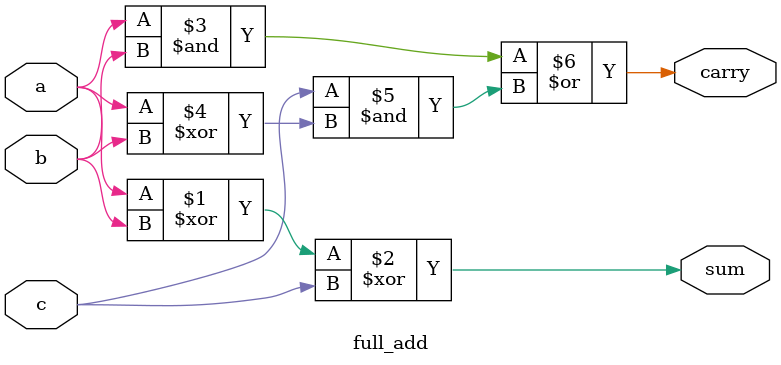
<source format=v>
module full_add(input a,b,c,output sum, carry);
  assign sum= a^b^c;
  assign carry = a&b | c&(a^b);
endmodule

</source>
